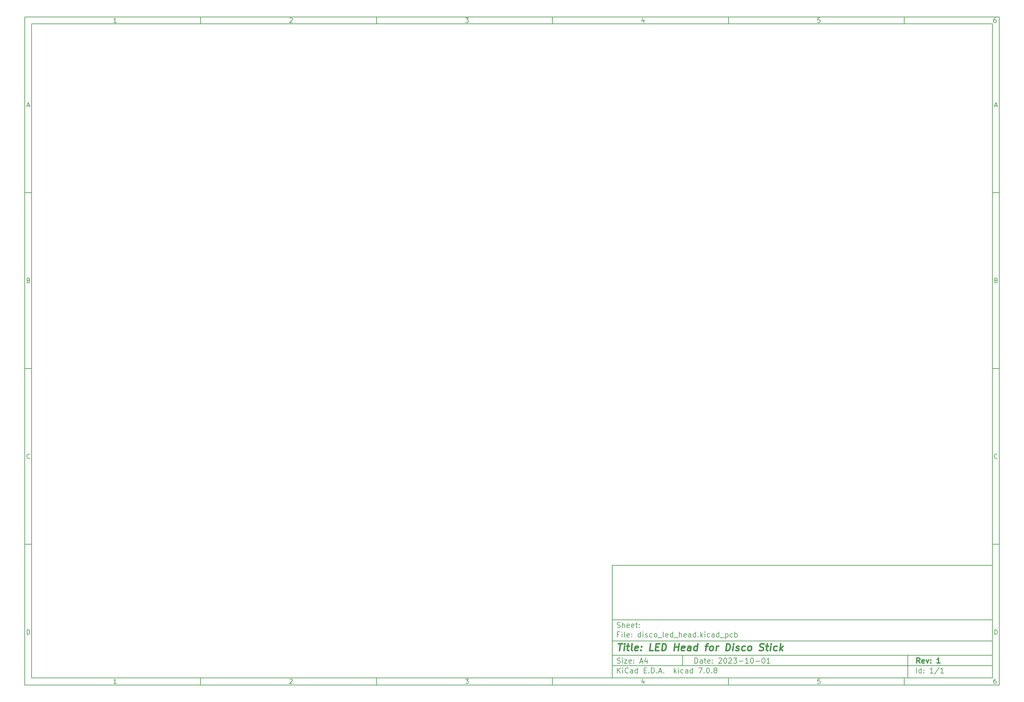
<source format=gbr>
%TF.GenerationSoftware,KiCad,Pcbnew,7.0.8*%
%TF.CreationDate,2024-03-21T08:56:40-07:00*%
%TF.ProjectId,disco_led_head,64697363-6f5f-46c6-9564-5f686561642e,1*%
%TF.SameCoordinates,Original*%
%TF.FileFunction,Copper,L2,Bot*%
%TF.FilePolarity,Positive*%
%FSLAX46Y46*%
G04 Gerber Fmt 4.6, Leading zero omitted, Abs format (unit mm)*
G04 Created by KiCad (PCBNEW 7.0.8) date 2024-03-21 08:56:40*
%MOMM*%
%LPD*%
G01*
G04 APERTURE LIST*
%ADD10C,0.100000*%
%ADD11C,0.150000*%
%ADD12C,0.300000*%
%ADD13C,0.400000*%
G04 APERTURE END LIST*
D10*
D11*
X177002200Y-166007200D02*
X285002200Y-166007200D01*
X285002200Y-198007200D01*
X177002200Y-198007200D01*
X177002200Y-166007200D01*
D10*
D11*
X10000000Y-10000000D02*
X287002200Y-10000000D01*
X287002200Y-200007200D01*
X10000000Y-200007200D01*
X10000000Y-10000000D01*
D10*
D11*
X12000000Y-12000000D02*
X285002200Y-12000000D01*
X285002200Y-198007200D01*
X12000000Y-198007200D01*
X12000000Y-12000000D01*
D10*
D11*
X60000000Y-12000000D02*
X60000000Y-10000000D01*
D10*
D11*
X110000000Y-12000000D02*
X110000000Y-10000000D01*
D10*
D11*
X160000000Y-12000000D02*
X160000000Y-10000000D01*
D10*
D11*
X210000000Y-12000000D02*
X210000000Y-10000000D01*
D10*
D11*
X260000000Y-12000000D02*
X260000000Y-10000000D01*
D10*
D11*
X36089160Y-11593604D02*
X35346303Y-11593604D01*
X35717731Y-11593604D02*
X35717731Y-10293604D01*
X35717731Y-10293604D02*
X35593922Y-10479319D01*
X35593922Y-10479319D02*
X35470112Y-10603128D01*
X35470112Y-10603128D02*
X35346303Y-10665033D01*
D10*
D11*
X85346303Y-10417414D02*
X85408207Y-10355509D01*
X85408207Y-10355509D02*
X85532017Y-10293604D01*
X85532017Y-10293604D02*
X85841541Y-10293604D01*
X85841541Y-10293604D02*
X85965350Y-10355509D01*
X85965350Y-10355509D02*
X86027255Y-10417414D01*
X86027255Y-10417414D02*
X86089160Y-10541223D01*
X86089160Y-10541223D02*
X86089160Y-10665033D01*
X86089160Y-10665033D02*
X86027255Y-10850747D01*
X86027255Y-10850747D02*
X85284398Y-11593604D01*
X85284398Y-11593604D02*
X86089160Y-11593604D01*
D10*
D11*
X135284398Y-10293604D02*
X136089160Y-10293604D01*
X136089160Y-10293604D02*
X135655826Y-10788842D01*
X135655826Y-10788842D02*
X135841541Y-10788842D01*
X135841541Y-10788842D02*
X135965350Y-10850747D01*
X135965350Y-10850747D02*
X136027255Y-10912652D01*
X136027255Y-10912652D02*
X136089160Y-11036461D01*
X136089160Y-11036461D02*
X136089160Y-11345985D01*
X136089160Y-11345985D02*
X136027255Y-11469795D01*
X136027255Y-11469795D02*
X135965350Y-11531700D01*
X135965350Y-11531700D02*
X135841541Y-11593604D01*
X135841541Y-11593604D02*
X135470112Y-11593604D01*
X135470112Y-11593604D02*
X135346303Y-11531700D01*
X135346303Y-11531700D02*
X135284398Y-11469795D01*
D10*
D11*
X185965350Y-10726938D02*
X185965350Y-11593604D01*
X185655826Y-10231700D02*
X185346303Y-11160271D01*
X185346303Y-11160271D02*
X186151064Y-11160271D01*
D10*
D11*
X236027255Y-10293604D02*
X235408207Y-10293604D01*
X235408207Y-10293604D02*
X235346303Y-10912652D01*
X235346303Y-10912652D02*
X235408207Y-10850747D01*
X235408207Y-10850747D02*
X235532017Y-10788842D01*
X235532017Y-10788842D02*
X235841541Y-10788842D01*
X235841541Y-10788842D02*
X235965350Y-10850747D01*
X235965350Y-10850747D02*
X236027255Y-10912652D01*
X236027255Y-10912652D02*
X236089160Y-11036461D01*
X236089160Y-11036461D02*
X236089160Y-11345985D01*
X236089160Y-11345985D02*
X236027255Y-11469795D01*
X236027255Y-11469795D02*
X235965350Y-11531700D01*
X235965350Y-11531700D02*
X235841541Y-11593604D01*
X235841541Y-11593604D02*
X235532017Y-11593604D01*
X235532017Y-11593604D02*
X235408207Y-11531700D01*
X235408207Y-11531700D02*
X235346303Y-11469795D01*
D10*
D11*
X285965350Y-10293604D02*
X285717731Y-10293604D01*
X285717731Y-10293604D02*
X285593922Y-10355509D01*
X285593922Y-10355509D02*
X285532017Y-10417414D01*
X285532017Y-10417414D02*
X285408207Y-10603128D01*
X285408207Y-10603128D02*
X285346303Y-10850747D01*
X285346303Y-10850747D02*
X285346303Y-11345985D01*
X285346303Y-11345985D02*
X285408207Y-11469795D01*
X285408207Y-11469795D02*
X285470112Y-11531700D01*
X285470112Y-11531700D02*
X285593922Y-11593604D01*
X285593922Y-11593604D02*
X285841541Y-11593604D01*
X285841541Y-11593604D02*
X285965350Y-11531700D01*
X285965350Y-11531700D02*
X286027255Y-11469795D01*
X286027255Y-11469795D02*
X286089160Y-11345985D01*
X286089160Y-11345985D02*
X286089160Y-11036461D01*
X286089160Y-11036461D02*
X286027255Y-10912652D01*
X286027255Y-10912652D02*
X285965350Y-10850747D01*
X285965350Y-10850747D02*
X285841541Y-10788842D01*
X285841541Y-10788842D02*
X285593922Y-10788842D01*
X285593922Y-10788842D02*
X285470112Y-10850747D01*
X285470112Y-10850747D02*
X285408207Y-10912652D01*
X285408207Y-10912652D02*
X285346303Y-11036461D01*
D10*
D11*
X60000000Y-198007200D02*
X60000000Y-200007200D01*
D10*
D11*
X110000000Y-198007200D02*
X110000000Y-200007200D01*
D10*
D11*
X160000000Y-198007200D02*
X160000000Y-200007200D01*
D10*
D11*
X210000000Y-198007200D02*
X210000000Y-200007200D01*
D10*
D11*
X260000000Y-198007200D02*
X260000000Y-200007200D01*
D10*
D11*
X36089160Y-199600804D02*
X35346303Y-199600804D01*
X35717731Y-199600804D02*
X35717731Y-198300804D01*
X35717731Y-198300804D02*
X35593922Y-198486519D01*
X35593922Y-198486519D02*
X35470112Y-198610328D01*
X35470112Y-198610328D02*
X35346303Y-198672233D01*
D10*
D11*
X85346303Y-198424614D02*
X85408207Y-198362709D01*
X85408207Y-198362709D02*
X85532017Y-198300804D01*
X85532017Y-198300804D02*
X85841541Y-198300804D01*
X85841541Y-198300804D02*
X85965350Y-198362709D01*
X85965350Y-198362709D02*
X86027255Y-198424614D01*
X86027255Y-198424614D02*
X86089160Y-198548423D01*
X86089160Y-198548423D02*
X86089160Y-198672233D01*
X86089160Y-198672233D02*
X86027255Y-198857947D01*
X86027255Y-198857947D02*
X85284398Y-199600804D01*
X85284398Y-199600804D02*
X86089160Y-199600804D01*
D10*
D11*
X135284398Y-198300804D02*
X136089160Y-198300804D01*
X136089160Y-198300804D02*
X135655826Y-198796042D01*
X135655826Y-198796042D02*
X135841541Y-198796042D01*
X135841541Y-198796042D02*
X135965350Y-198857947D01*
X135965350Y-198857947D02*
X136027255Y-198919852D01*
X136027255Y-198919852D02*
X136089160Y-199043661D01*
X136089160Y-199043661D02*
X136089160Y-199353185D01*
X136089160Y-199353185D02*
X136027255Y-199476995D01*
X136027255Y-199476995D02*
X135965350Y-199538900D01*
X135965350Y-199538900D02*
X135841541Y-199600804D01*
X135841541Y-199600804D02*
X135470112Y-199600804D01*
X135470112Y-199600804D02*
X135346303Y-199538900D01*
X135346303Y-199538900D02*
X135284398Y-199476995D01*
D10*
D11*
X185965350Y-198734138D02*
X185965350Y-199600804D01*
X185655826Y-198238900D02*
X185346303Y-199167471D01*
X185346303Y-199167471D02*
X186151064Y-199167471D01*
D10*
D11*
X236027255Y-198300804D02*
X235408207Y-198300804D01*
X235408207Y-198300804D02*
X235346303Y-198919852D01*
X235346303Y-198919852D02*
X235408207Y-198857947D01*
X235408207Y-198857947D02*
X235532017Y-198796042D01*
X235532017Y-198796042D02*
X235841541Y-198796042D01*
X235841541Y-198796042D02*
X235965350Y-198857947D01*
X235965350Y-198857947D02*
X236027255Y-198919852D01*
X236027255Y-198919852D02*
X236089160Y-199043661D01*
X236089160Y-199043661D02*
X236089160Y-199353185D01*
X236089160Y-199353185D02*
X236027255Y-199476995D01*
X236027255Y-199476995D02*
X235965350Y-199538900D01*
X235965350Y-199538900D02*
X235841541Y-199600804D01*
X235841541Y-199600804D02*
X235532017Y-199600804D01*
X235532017Y-199600804D02*
X235408207Y-199538900D01*
X235408207Y-199538900D02*
X235346303Y-199476995D01*
D10*
D11*
X285965350Y-198300804D02*
X285717731Y-198300804D01*
X285717731Y-198300804D02*
X285593922Y-198362709D01*
X285593922Y-198362709D02*
X285532017Y-198424614D01*
X285532017Y-198424614D02*
X285408207Y-198610328D01*
X285408207Y-198610328D02*
X285346303Y-198857947D01*
X285346303Y-198857947D02*
X285346303Y-199353185D01*
X285346303Y-199353185D02*
X285408207Y-199476995D01*
X285408207Y-199476995D02*
X285470112Y-199538900D01*
X285470112Y-199538900D02*
X285593922Y-199600804D01*
X285593922Y-199600804D02*
X285841541Y-199600804D01*
X285841541Y-199600804D02*
X285965350Y-199538900D01*
X285965350Y-199538900D02*
X286027255Y-199476995D01*
X286027255Y-199476995D02*
X286089160Y-199353185D01*
X286089160Y-199353185D02*
X286089160Y-199043661D01*
X286089160Y-199043661D02*
X286027255Y-198919852D01*
X286027255Y-198919852D02*
X285965350Y-198857947D01*
X285965350Y-198857947D02*
X285841541Y-198796042D01*
X285841541Y-198796042D02*
X285593922Y-198796042D01*
X285593922Y-198796042D02*
X285470112Y-198857947D01*
X285470112Y-198857947D02*
X285408207Y-198919852D01*
X285408207Y-198919852D02*
X285346303Y-199043661D01*
D10*
D11*
X10000000Y-60000000D02*
X12000000Y-60000000D01*
D10*
D11*
X10000000Y-110000000D02*
X12000000Y-110000000D01*
D10*
D11*
X10000000Y-160000000D02*
X12000000Y-160000000D01*
D10*
D11*
X10690476Y-35222176D02*
X11309523Y-35222176D01*
X10566666Y-35593604D02*
X10999999Y-34293604D01*
X10999999Y-34293604D02*
X11433333Y-35593604D01*
D10*
D11*
X11092857Y-84912652D02*
X11278571Y-84974557D01*
X11278571Y-84974557D02*
X11340476Y-85036461D01*
X11340476Y-85036461D02*
X11402380Y-85160271D01*
X11402380Y-85160271D02*
X11402380Y-85345985D01*
X11402380Y-85345985D02*
X11340476Y-85469795D01*
X11340476Y-85469795D02*
X11278571Y-85531700D01*
X11278571Y-85531700D02*
X11154761Y-85593604D01*
X11154761Y-85593604D02*
X10659523Y-85593604D01*
X10659523Y-85593604D02*
X10659523Y-84293604D01*
X10659523Y-84293604D02*
X11092857Y-84293604D01*
X11092857Y-84293604D02*
X11216666Y-84355509D01*
X11216666Y-84355509D02*
X11278571Y-84417414D01*
X11278571Y-84417414D02*
X11340476Y-84541223D01*
X11340476Y-84541223D02*
X11340476Y-84665033D01*
X11340476Y-84665033D02*
X11278571Y-84788842D01*
X11278571Y-84788842D02*
X11216666Y-84850747D01*
X11216666Y-84850747D02*
X11092857Y-84912652D01*
X11092857Y-84912652D02*
X10659523Y-84912652D01*
D10*
D11*
X11402380Y-135469795D02*
X11340476Y-135531700D01*
X11340476Y-135531700D02*
X11154761Y-135593604D01*
X11154761Y-135593604D02*
X11030952Y-135593604D01*
X11030952Y-135593604D02*
X10845238Y-135531700D01*
X10845238Y-135531700D02*
X10721428Y-135407890D01*
X10721428Y-135407890D02*
X10659523Y-135284080D01*
X10659523Y-135284080D02*
X10597619Y-135036461D01*
X10597619Y-135036461D02*
X10597619Y-134850747D01*
X10597619Y-134850747D02*
X10659523Y-134603128D01*
X10659523Y-134603128D02*
X10721428Y-134479319D01*
X10721428Y-134479319D02*
X10845238Y-134355509D01*
X10845238Y-134355509D02*
X11030952Y-134293604D01*
X11030952Y-134293604D02*
X11154761Y-134293604D01*
X11154761Y-134293604D02*
X11340476Y-134355509D01*
X11340476Y-134355509D02*
X11402380Y-134417414D01*
D10*
D11*
X10659523Y-185593604D02*
X10659523Y-184293604D01*
X10659523Y-184293604D02*
X10969047Y-184293604D01*
X10969047Y-184293604D02*
X11154761Y-184355509D01*
X11154761Y-184355509D02*
X11278571Y-184479319D01*
X11278571Y-184479319D02*
X11340476Y-184603128D01*
X11340476Y-184603128D02*
X11402380Y-184850747D01*
X11402380Y-184850747D02*
X11402380Y-185036461D01*
X11402380Y-185036461D02*
X11340476Y-185284080D01*
X11340476Y-185284080D02*
X11278571Y-185407890D01*
X11278571Y-185407890D02*
X11154761Y-185531700D01*
X11154761Y-185531700D02*
X10969047Y-185593604D01*
X10969047Y-185593604D02*
X10659523Y-185593604D01*
D10*
D11*
X287002200Y-60000000D02*
X285002200Y-60000000D01*
D10*
D11*
X287002200Y-110000000D02*
X285002200Y-110000000D01*
D10*
D11*
X287002200Y-160000000D02*
X285002200Y-160000000D01*
D10*
D11*
X285692676Y-35222176D02*
X286311723Y-35222176D01*
X285568866Y-35593604D02*
X286002199Y-34293604D01*
X286002199Y-34293604D02*
X286435533Y-35593604D01*
D10*
D11*
X286095057Y-84912652D02*
X286280771Y-84974557D01*
X286280771Y-84974557D02*
X286342676Y-85036461D01*
X286342676Y-85036461D02*
X286404580Y-85160271D01*
X286404580Y-85160271D02*
X286404580Y-85345985D01*
X286404580Y-85345985D02*
X286342676Y-85469795D01*
X286342676Y-85469795D02*
X286280771Y-85531700D01*
X286280771Y-85531700D02*
X286156961Y-85593604D01*
X286156961Y-85593604D02*
X285661723Y-85593604D01*
X285661723Y-85593604D02*
X285661723Y-84293604D01*
X285661723Y-84293604D02*
X286095057Y-84293604D01*
X286095057Y-84293604D02*
X286218866Y-84355509D01*
X286218866Y-84355509D02*
X286280771Y-84417414D01*
X286280771Y-84417414D02*
X286342676Y-84541223D01*
X286342676Y-84541223D02*
X286342676Y-84665033D01*
X286342676Y-84665033D02*
X286280771Y-84788842D01*
X286280771Y-84788842D02*
X286218866Y-84850747D01*
X286218866Y-84850747D02*
X286095057Y-84912652D01*
X286095057Y-84912652D02*
X285661723Y-84912652D01*
D10*
D11*
X286404580Y-135469795D02*
X286342676Y-135531700D01*
X286342676Y-135531700D02*
X286156961Y-135593604D01*
X286156961Y-135593604D02*
X286033152Y-135593604D01*
X286033152Y-135593604D02*
X285847438Y-135531700D01*
X285847438Y-135531700D02*
X285723628Y-135407890D01*
X285723628Y-135407890D02*
X285661723Y-135284080D01*
X285661723Y-135284080D02*
X285599819Y-135036461D01*
X285599819Y-135036461D02*
X285599819Y-134850747D01*
X285599819Y-134850747D02*
X285661723Y-134603128D01*
X285661723Y-134603128D02*
X285723628Y-134479319D01*
X285723628Y-134479319D02*
X285847438Y-134355509D01*
X285847438Y-134355509D02*
X286033152Y-134293604D01*
X286033152Y-134293604D02*
X286156961Y-134293604D01*
X286156961Y-134293604D02*
X286342676Y-134355509D01*
X286342676Y-134355509D02*
X286404580Y-134417414D01*
D10*
D11*
X285661723Y-185593604D02*
X285661723Y-184293604D01*
X285661723Y-184293604D02*
X285971247Y-184293604D01*
X285971247Y-184293604D02*
X286156961Y-184355509D01*
X286156961Y-184355509D02*
X286280771Y-184479319D01*
X286280771Y-184479319D02*
X286342676Y-184603128D01*
X286342676Y-184603128D02*
X286404580Y-184850747D01*
X286404580Y-184850747D02*
X286404580Y-185036461D01*
X286404580Y-185036461D02*
X286342676Y-185284080D01*
X286342676Y-185284080D02*
X286280771Y-185407890D01*
X286280771Y-185407890D02*
X286156961Y-185531700D01*
X286156961Y-185531700D02*
X285971247Y-185593604D01*
X285971247Y-185593604D02*
X285661723Y-185593604D01*
D10*
D11*
X200458026Y-193793328D02*
X200458026Y-192293328D01*
X200458026Y-192293328D02*
X200815169Y-192293328D01*
X200815169Y-192293328D02*
X201029455Y-192364757D01*
X201029455Y-192364757D02*
X201172312Y-192507614D01*
X201172312Y-192507614D02*
X201243741Y-192650471D01*
X201243741Y-192650471D02*
X201315169Y-192936185D01*
X201315169Y-192936185D02*
X201315169Y-193150471D01*
X201315169Y-193150471D02*
X201243741Y-193436185D01*
X201243741Y-193436185D02*
X201172312Y-193579042D01*
X201172312Y-193579042D02*
X201029455Y-193721900D01*
X201029455Y-193721900D02*
X200815169Y-193793328D01*
X200815169Y-193793328D02*
X200458026Y-193793328D01*
X202600884Y-193793328D02*
X202600884Y-193007614D01*
X202600884Y-193007614D02*
X202529455Y-192864757D01*
X202529455Y-192864757D02*
X202386598Y-192793328D01*
X202386598Y-192793328D02*
X202100884Y-192793328D01*
X202100884Y-192793328D02*
X201958026Y-192864757D01*
X202600884Y-193721900D02*
X202458026Y-193793328D01*
X202458026Y-193793328D02*
X202100884Y-193793328D01*
X202100884Y-193793328D02*
X201958026Y-193721900D01*
X201958026Y-193721900D02*
X201886598Y-193579042D01*
X201886598Y-193579042D02*
X201886598Y-193436185D01*
X201886598Y-193436185D02*
X201958026Y-193293328D01*
X201958026Y-193293328D02*
X202100884Y-193221900D01*
X202100884Y-193221900D02*
X202458026Y-193221900D01*
X202458026Y-193221900D02*
X202600884Y-193150471D01*
X203100884Y-192793328D02*
X203672312Y-192793328D01*
X203315169Y-192293328D02*
X203315169Y-193579042D01*
X203315169Y-193579042D02*
X203386598Y-193721900D01*
X203386598Y-193721900D02*
X203529455Y-193793328D01*
X203529455Y-193793328D02*
X203672312Y-193793328D01*
X204743741Y-193721900D02*
X204600884Y-193793328D01*
X204600884Y-193793328D02*
X204315170Y-193793328D01*
X204315170Y-193793328D02*
X204172312Y-193721900D01*
X204172312Y-193721900D02*
X204100884Y-193579042D01*
X204100884Y-193579042D02*
X204100884Y-193007614D01*
X204100884Y-193007614D02*
X204172312Y-192864757D01*
X204172312Y-192864757D02*
X204315170Y-192793328D01*
X204315170Y-192793328D02*
X204600884Y-192793328D01*
X204600884Y-192793328D02*
X204743741Y-192864757D01*
X204743741Y-192864757D02*
X204815170Y-193007614D01*
X204815170Y-193007614D02*
X204815170Y-193150471D01*
X204815170Y-193150471D02*
X204100884Y-193293328D01*
X205458026Y-193650471D02*
X205529455Y-193721900D01*
X205529455Y-193721900D02*
X205458026Y-193793328D01*
X205458026Y-193793328D02*
X205386598Y-193721900D01*
X205386598Y-193721900D02*
X205458026Y-193650471D01*
X205458026Y-193650471D02*
X205458026Y-193793328D01*
X205458026Y-192864757D02*
X205529455Y-192936185D01*
X205529455Y-192936185D02*
X205458026Y-193007614D01*
X205458026Y-193007614D02*
X205386598Y-192936185D01*
X205386598Y-192936185D02*
X205458026Y-192864757D01*
X205458026Y-192864757D02*
X205458026Y-193007614D01*
X207243741Y-192436185D02*
X207315169Y-192364757D01*
X207315169Y-192364757D02*
X207458027Y-192293328D01*
X207458027Y-192293328D02*
X207815169Y-192293328D01*
X207815169Y-192293328D02*
X207958027Y-192364757D01*
X207958027Y-192364757D02*
X208029455Y-192436185D01*
X208029455Y-192436185D02*
X208100884Y-192579042D01*
X208100884Y-192579042D02*
X208100884Y-192721900D01*
X208100884Y-192721900D02*
X208029455Y-192936185D01*
X208029455Y-192936185D02*
X207172312Y-193793328D01*
X207172312Y-193793328D02*
X208100884Y-193793328D01*
X209029455Y-192293328D02*
X209172312Y-192293328D01*
X209172312Y-192293328D02*
X209315169Y-192364757D01*
X209315169Y-192364757D02*
X209386598Y-192436185D01*
X209386598Y-192436185D02*
X209458026Y-192579042D01*
X209458026Y-192579042D02*
X209529455Y-192864757D01*
X209529455Y-192864757D02*
X209529455Y-193221900D01*
X209529455Y-193221900D02*
X209458026Y-193507614D01*
X209458026Y-193507614D02*
X209386598Y-193650471D01*
X209386598Y-193650471D02*
X209315169Y-193721900D01*
X209315169Y-193721900D02*
X209172312Y-193793328D01*
X209172312Y-193793328D02*
X209029455Y-193793328D01*
X209029455Y-193793328D02*
X208886598Y-193721900D01*
X208886598Y-193721900D02*
X208815169Y-193650471D01*
X208815169Y-193650471D02*
X208743740Y-193507614D01*
X208743740Y-193507614D02*
X208672312Y-193221900D01*
X208672312Y-193221900D02*
X208672312Y-192864757D01*
X208672312Y-192864757D02*
X208743740Y-192579042D01*
X208743740Y-192579042D02*
X208815169Y-192436185D01*
X208815169Y-192436185D02*
X208886598Y-192364757D01*
X208886598Y-192364757D02*
X209029455Y-192293328D01*
X210100883Y-192436185D02*
X210172311Y-192364757D01*
X210172311Y-192364757D02*
X210315169Y-192293328D01*
X210315169Y-192293328D02*
X210672311Y-192293328D01*
X210672311Y-192293328D02*
X210815169Y-192364757D01*
X210815169Y-192364757D02*
X210886597Y-192436185D01*
X210886597Y-192436185D02*
X210958026Y-192579042D01*
X210958026Y-192579042D02*
X210958026Y-192721900D01*
X210958026Y-192721900D02*
X210886597Y-192936185D01*
X210886597Y-192936185D02*
X210029454Y-193793328D01*
X210029454Y-193793328D02*
X210958026Y-193793328D01*
X211458025Y-192293328D02*
X212386597Y-192293328D01*
X212386597Y-192293328D02*
X211886597Y-192864757D01*
X211886597Y-192864757D02*
X212100882Y-192864757D01*
X212100882Y-192864757D02*
X212243740Y-192936185D01*
X212243740Y-192936185D02*
X212315168Y-193007614D01*
X212315168Y-193007614D02*
X212386597Y-193150471D01*
X212386597Y-193150471D02*
X212386597Y-193507614D01*
X212386597Y-193507614D02*
X212315168Y-193650471D01*
X212315168Y-193650471D02*
X212243740Y-193721900D01*
X212243740Y-193721900D02*
X212100882Y-193793328D01*
X212100882Y-193793328D02*
X211672311Y-193793328D01*
X211672311Y-193793328D02*
X211529454Y-193721900D01*
X211529454Y-193721900D02*
X211458025Y-193650471D01*
X213029453Y-193221900D02*
X214172311Y-193221900D01*
X215672311Y-193793328D02*
X214815168Y-193793328D01*
X215243739Y-193793328D02*
X215243739Y-192293328D01*
X215243739Y-192293328D02*
X215100882Y-192507614D01*
X215100882Y-192507614D02*
X214958025Y-192650471D01*
X214958025Y-192650471D02*
X214815168Y-192721900D01*
X216600882Y-192293328D02*
X216743739Y-192293328D01*
X216743739Y-192293328D02*
X216886596Y-192364757D01*
X216886596Y-192364757D02*
X216958025Y-192436185D01*
X216958025Y-192436185D02*
X217029453Y-192579042D01*
X217029453Y-192579042D02*
X217100882Y-192864757D01*
X217100882Y-192864757D02*
X217100882Y-193221900D01*
X217100882Y-193221900D02*
X217029453Y-193507614D01*
X217029453Y-193507614D02*
X216958025Y-193650471D01*
X216958025Y-193650471D02*
X216886596Y-193721900D01*
X216886596Y-193721900D02*
X216743739Y-193793328D01*
X216743739Y-193793328D02*
X216600882Y-193793328D01*
X216600882Y-193793328D02*
X216458025Y-193721900D01*
X216458025Y-193721900D02*
X216386596Y-193650471D01*
X216386596Y-193650471D02*
X216315167Y-193507614D01*
X216315167Y-193507614D02*
X216243739Y-193221900D01*
X216243739Y-193221900D02*
X216243739Y-192864757D01*
X216243739Y-192864757D02*
X216315167Y-192579042D01*
X216315167Y-192579042D02*
X216386596Y-192436185D01*
X216386596Y-192436185D02*
X216458025Y-192364757D01*
X216458025Y-192364757D02*
X216600882Y-192293328D01*
X217743738Y-193221900D02*
X218886596Y-193221900D01*
X219886596Y-192293328D02*
X220029453Y-192293328D01*
X220029453Y-192293328D02*
X220172310Y-192364757D01*
X220172310Y-192364757D02*
X220243739Y-192436185D01*
X220243739Y-192436185D02*
X220315167Y-192579042D01*
X220315167Y-192579042D02*
X220386596Y-192864757D01*
X220386596Y-192864757D02*
X220386596Y-193221900D01*
X220386596Y-193221900D02*
X220315167Y-193507614D01*
X220315167Y-193507614D02*
X220243739Y-193650471D01*
X220243739Y-193650471D02*
X220172310Y-193721900D01*
X220172310Y-193721900D02*
X220029453Y-193793328D01*
X220029453Y-193793328D02*
X219886596Y-193793328D01*
X219886596Y-193793328D02*
X219743739Y-193721900D01*
X219743739Y-193721900D02*
X219672310Y-193650471D01*
X219672310Y-193650471D02*
X219600881Y-193507614D01*
X219600881Y-193507614D02*
X219529453Y-193221900D01*
X219529453Y-193221900D02*
X219529453Y-192864757D01*
X219529453Y-192864757D02*
X219600881Y-192579042D01*
X219600881Y-192579042D02*
X219672310Y-192436185D01*
X219672310Y-192436185D02*
X219743739Y-192364757D01*
X219743739Y-192364757D02*
X219886596Y-192293328D01*
X221815167Y-193793328D02*
X220958024Y-193793328D01*
X221386595Y-193793328D02*
X221386595Y-192293328D01*
X221386595Y-192293328D02*
X221243738Y-192507614D01*
X221243738Y-192507614D02*
X221100881Y-192650471D01*
X221100881Y-192650471D02*
X220958024Y-192721900D01*
D10*
D11*
X177002200Y-194507200D02*
X285002200Y-194507200D01*
D10*
D11*
X178458026Y-196593328D02*
X178458026Y-195093328D01*
X179315169Y-196593328D02*
X178672312Y-195736185D01*
X179315169Y-195093328D02*
X178458026Y-195950471D01*
X179958026Y-196593328D02*
X179958026Y-195593328D01*
X179958026Y-195093328D02*
X179886598Y-195164757D01*
X179886598Y-195164757D02*
X179958026Y-195236185D01*
X179958026Y-195236185D02*
X180029455Y-195164757D01*
X180029455Y-195164757D02*
X179958026Y-195093328D01*
X179958026Y-195093328D02*
X179958026Y-195236185D01*
X181529455Y-196450471D02*
X181458027Y-196521900D01*
X181458027Y-196521900D02*
X181243741Y-196593328D01*
X181243741Y-196593328D02*
X181100884Y-196593328D01*
X181100884Y-196593328D02*
X180886598Y-196521900D01*
X180886598Y-196521900D02*
X180743741Y-196379042D01*
X180743741Y-196379042D02*
X180672312Y-196236185D01*
X180672312Y-196236185D02*
X180600884Y-195950471D01*
X180600884Y-195950471D02*
X180600884Y-195736185D01*
X180600884Y-195736185D02*
X180672312Y-195450471D01*
X180672312Y-195450471D02*
X180743741Y-195307614D01*
X180743741Y-195307614D02*
X180886598Y-195164757D01*
X180886598Y-195164757D02*
X181100884Y-195093328D01*
X181100884Y-195093328D02*
X181243741Y-195093328D01*
X181243741Y-195093328D02*
X181458027Y-195164757D01*
X181458027Y-195164757D02*
X181529455Y-195236185D01*
X182815170Y-196593328D02*
X182815170Y-195807614D01*
X182815170Y-195807614D02*
X182743741Y-195664757D01*
X182743741Y-195664757D02*
X182600884Y-195593328D01*
X182600884Y-195593328D02*
X182315170Y-195593328D01*
X182315170Y-195593328D02*
X182172312Y-195664757D01*
X182815170Y-196521900D02*
X182672312Y-196593328D01*
X182672312Y-196593328D02*
X182315170Y-196593328D01*
X182315170Y-196593328D02*
X182172312Y-196521900D01*
X182172312Y-196521900D02*
X182100884Y-196379042D01*
X182100884Y-196379042D02*
X182100884Y-196236185D01*
X182100884Y-196236185D02*
X182172312Y-196093328D01*
X182172312Y-196093328D02*
X182315170Y-196021900D01*
X182315170Y-196021900D02*
X182672312Y-196021900D01*
X182672312Y-196021900D02*
X182815170Y-195950471D01*
X184172313Y-196593328D02*
X184172313Y-195093328D01*
X184172313Y-196521900D02*
X184029455Y-196593328D01*
X184029455Y-196593328D02*
X183743741Y-196593328D01*
X183743741Y-196593328D02*
X183600884Y-196521900D01*
X183600884Y-196521900D02*
X183529455Y-196450471D01*
X183529455Y-196450471D02*
X183458027Y-196307614D01*
X183458027Y-196307614D02*
X183458027Y-195879042D01*
X183458027Y-195879042D02*
X183529455Y-195736185D01*
X183529455Y-195736185D02*
X183600884Y-195664757D01*
X183600884Y-195664757D02*
X183743741Y-195593328D01*
X183743741Y-195593328D02*
X184029455Y-195593328D01*
X184029455Y-195593328D02*
X184172313Y-195664757D01*
X186029455Y-195807614D02*
X186529455Y-195807614D01*
X186743741Y-196593328D02*
X186029455Y-196593328D01*
X186029455Y-196593328D02*
X186029455Y-195093328D01*
X186029455Y-195093328D02*
X186743741Y-195093328D01*
X187386598Y-196450471D02*
X187458027Y-196521900D01*
X187458027Y-196521900D02*
X187386598Y-196593328D01*
X187386598Y-196593328D02*
X187315170Y-196521900D01*
X187315170Y-196521900D02*
X187386598Y-196450471D01*
X187386598Y-196450471D02*
X187386598Y-196593328D01*
X188100884Y-196593328D02*
X188100884Y-195093328D01*
X188100884Y-195093328D02*
X188458027Y-195093328D01*
X188458027Y-195093328D02*
X188672313Y-195164757D01*
X188672313Y-195164757D02*
X188815170Y-195307614D01*
X188815170Y-195307614D02*
X188886599Y-195450471D01*
X188886599Y-195450471D02*
X188958027Y-195736185D01*
X188958027Y-195736185D02*
X188958027Y-195950471D01*
X188958027Y-195950471D02*
X188886599Y-196236185D01*
X188886599Y-196236185D02*
X188815170Y-196379042D01*
X188815170Y-196379042D02*
X188672313Y-196521900D01*
X188672313Y-196521900D02*
X188458027Y-196593328D01*
X188458027Y-196593328D02*
X188100884Y-196593328D01*
X189600884Y-196450471D02*
X189672313Y-196521900D01*
X189672313Y-196521900D02*
X189600884Y-196593328D01*
X189600884Y-196593328D02*
X189529456Y-196521900D01*
X189529456Y-196521900D02*
X189600884Y-196450471D01*
X189600884Y-196450471D02*
X189600884Y-196593328D01*
X190243742Y-196164757D02*
X190958028Y-196164757D01*
X190100885Y-196593328D02*
X190600885Y-195093328D01*
X190600885Y-195093328D02*
X191100885Y-196593328D01*
X191600884Y-196450471D02*
X191672313Y-196521900D01*
X191672313Y-196521900D02*
X191600884Y-196593328D01*
X191600884Y-196593328D02*
X191529456Y-196521900D01*
X191529456Y-196521900D02*
X191600884Y-196450471D01*
X191600884Y-196450471D02*
X191600884Y-196593328D01*
X194600884Y-196593328D02*
X194600884Y-195093328D01*
X194743742Y-196021900D02*
X195172313Y-196593328D01*
X195172313Y-195593328D02*
X194600884Y-196164757D01*
X195815170Y-196593328D02*
X195815170Y-195593328D01*
X195815170Y-195093328D02*
X195743742Y-195164757D01*
X195743742Y-195164757D02*
X195815170Y-195236185D01*
X195815170Y-195236185D02*
X195886599Y-195164757D01*
X195886599Y-195164757D02*
X195815170Y-195093328D01*
X195815170Y-195093328D02*
X195815170Y-195236185D01*
X197172314Y-196521900D02*
X197029456Y-196593328D01*
X197029456Y-196593328D02*
X196743742Y-196593328D01*
X196743742Y-196593328D02*
X196600885Y-196521900D01*
X196600885Y-196521900D02*
X196529456Y-196450471D01*
X196529456Y-196450471D02*
X196458028Y-196307614D01*
X196458028Y-196307614D02*
X196458028Y-195879042D01*
X196458028Y-195879042D02*
X196529456Y-195736185D01*
X196529456Y-195736185D02*
X196600885Y-195664757D01*
X196600885Y-195664757D02*
X196743742Y-195593328D01*
X196743742Y-195593328D02*
X197029456Y-195593328D01*
X197029456Y-195593328D02*
X197172314Y-195664757D01*
X198458028Y-196593328D02*
X198458028Y-195807614D01*
X198458028Y-195807614D02*
X198386599Y-195664757D01*
X198386599Y-195664757D02*
X198243742Y-195593328D01*
X198243742Y-195593328D02*
X197958028Y-195593328D01*
X197958028Y-195593328D02*
X197815170Y-195664757D01*
X198458028Y-196521900D02*
X198315170Y-196593328D01*
X198315170Y-196593328D02*
X197958028Y-196593328D01*
X197958028Y-196593328D02*
X197815170Y-196521900D01*
X197815170Y-196521900D02*
X197743742Y-196379042D01*
X197743742Y-196379042D02*
X197743742Y-196236185D01*
X197743742Y-196236185D02*
X197815170Y-196093328D01*
X197815170Y-196093328D02*
X197958028Y-196021900D01*
X197958028Y-196021900D02*
X198315170Y-196021900D01*
X198315170Y-196021900D02*
X198458028Y-195950471D01*
X199815171Y-196593328D02*
X199815171Y-195093328D01*
X199815171Y-196521900D02*
X199672313Y-196593328D01*
X199672313Y-196593328D02*
X199386599Y-196593328D01*
X199386599Y-196593328D02*
X199243742Y-196521900D01*
X199243742Y-196521900D02*
X199172313Y-196450471D01*
X199172313Y-196450471D02*
X199100885Y-196307614D01*
X199100885Y-196307614D02*
X199100885Y-195879042D01*
X199100885Y-195879042D02*
X199172313Y-195736185D01*
X199172313Y-195736185D02*
X199243742Y-195664757D01*
X199243742Y-195664757D02*
X199386599Y-195593328D01*
X199386599Y-195593328D02*
X199672313Y-195593328D01*
X199672313Y-195593328D02*
X199815171Y-195664757D01*
X201529456Y-195093328D02*
X202529456Y-195093328D01*
X202529456Y-195093328D02*
X201886599Y-196593328D01*
X203100884Y-196450471D02*
X203172313Y-196521900D01*
X203172313Y-196521900D02*
X203100884Y-196593328D01*
X203100884Y-196593328D02*
X203029456Y-196521900D01*
X203029456Y-196521900D02*
X203100884Y-196450471D01*
X203100884Y-196450471D02*
X203100884Y-196593328D01*
X204100885Y-195093328D02*
X204243742Y-195093328D01*
X204243742Y-195093328D02*
X204386599Y-195164757D01*
X204386599Y-195164757D02*
X204458028Y-195236185D01*
X204458028Y-195236185D02*
X204529456Y-195379042D01*
X204529456Y-195379042D02*
X204600885Y-195664757D01*
X204600885Y-195664757D02*
X204600885Y-196021900D01*
X204600885Y-196021900D02*
X204529456Y-196307614D01*
X204529456Y-196307614D02*
X204458028Y-196450471D01*
X204458028Y-196450471D02*
X204386599Y-196521900D01*
X204386599Y-196521900D02*
X204243742Y-196593328D01*
X204243742Y-196593328D02*
X204100885Y-196593328D01*
X204100885Y-196593328D02*
X203958028Y-196521900D01*
X203958028Y-196521900D02*
X203886599Y-196450471D01*
X203886599Y-196450471D02*
X203815170Y-196307614D01*
X203815170Y-196307614D02*
X203743742Y-196021900D01*
X203743742Y-196021900D02*
X203743742Y-195664757D01*
X203743742Y-195664757D02*
X203815170Y-195379042D01*
X203815170Y-195379042D02*
X203886599Y-195236185D01*
X203886599Y-195236185D02*
X203958028Y-195164757D01*
X203958028Y-195164757D02*
X204100885Y-195093328D01*
X205243741Y-196450471D02*
X205315170Y-196521900D01*
X205315170Y-196521900D02*
X205243741Y-196593328D01*
X205243741Y-196593328D02*
X205172313Y-196521900D01*
X205172313Y-196521900D02*
X205243741Y-196450471D01*
X205243741Y-196450471D02*
X205243741Y-196593328D01*
X206172313Y-195736185D02*
X206029456Y-195664757D01*
X206029456Y-195664757D02*
X205958027Y-195593328D01*
X205958027Y-195593328D02*
X205886599Y-195450471D01*
X205886599Y-195450471D02*
X205886599Y-195379042D01*
X205886599Y-195379042D02*
X205958027Y-195236185D01*
X205958027Y-195236185D02*
X206029456Y-195164757D01*
X206029456Y-195164757D02*
X206172313Y-195093328D01*
X206172313Y-195093328D02*
X206458027Y-195093328D01*
X206458027Y-195093328D02*
X206600885Y-195164757D01*
X206600885Y-195164757D02*
X206672313Y-195236185D01*
X206672313Y-195236185D02*
X206743742Y-195379042D01*
X206743742Y-195379042D02*
X206743742Y-195450471D01*
X206743742Y-195450471D02*
X206672313Y-195593328D01*
X206672313Y-195593328D02*
X206600885Y-195664757D01*
X206600885Y-195664757D02*
X206458027Y-195736185D01*
X206458027Y-195736185D02*
X206172313Y-195736185D01*
X206172313Y-195736185D02*
X206029456Y-195807614D01*
X206029456Y-195807614D02*
X205958027Y-195879042D01*
X205958027Y-195879042D02*
X205886599Y-196021900D01*
X205886599Y-196021900D02*
X205886599Y-196307614D01*
X205886599Y-196307614D02*
X205958027Y-196450471D01*
X205958027Y-196450471D02*
X206029456Y-196521900D01*
X206029456Y-196521900D02*
X206172313Y-196593328D01*
X206172313Y-196593328D02*
X206458027Y-196593328D01*
X206458027Y-196593328D02*
X206600885Y-196521900D01*
X206600885Y-196521900D02*
X206672313Y-196450471D01*
X206672313Y-196450471D02*
X206743742Y-196307614D01*
X206743742Y-196307614D02*
X206743742Y-196021900D01*
X206743742Y-196021900D02*
X206672313Y-195879042D01*
X206672313Y-195879042D02*
X206600885Y-195807614D01*
X206600885Y-195807614D02*
X206458027Y-195736185D01*
D10*
D11*
X177002200Y-191507200D02*
X285002200Y-191507200D01*
D10*
D12*
X264413853Y-193785528D02*
X263913853Y-193071242D01*
X263556710Y-193785528D02*
X263556710Y-192285528D01*
X263556710Y-192285528D02*
X264128139Y-192285528D01*
X264128139Y-192285528D02*
X264270996Y-192356957D01*
X264270996Y-192356957D02*
X264342425Y-192428385D01*
X264342425Y-192428385D02*
X264413853Y-192571242D01*
X264413853Y-192571242D02*
X264413853Y-192785528D01*
X264413853Y-192785528D02*
X264342425Y-192928385D01*
X264342425Y-192928385D02*
X264270996Y-192999814D01*
X264270996Y-192999814D02*
X264128139Y-193071242D01*
X264128139Y-193071242D02*
X263556710Y-193071242D01*
X265628139Y-193714100D02*
X265485282Y-193785528D01*
X265485282Y-193785528D02*
X265199568Y-193785528D01*
X265199568Y-193785528D02*
X265056710Y-193714100D01*
X265056710Y-193714100D02*
X264985282Y-193571242D01*
X264985282Y-193571242D02*
X264985282Y-192999814D01*
X264985282Y-192999814D02*
X265056710Y-192856957D01*
X265056710Y-192856957D02*
X265199568Y-192785528D01*
X265199568Y-192785528D02*
X265485282Y-192785528D01*
X265485282Y-192785528D02*
X265628139Y-192856957D01*
X265628139Y-192856957D02*
X265699568Y-192999814D01*
X265699568Y-192999814D02*
X265699568Y-193142671D01*
X265699568Y-193142671D02*
X264985282Y-193285528D01*
X266199567Y-192785528D02*
X266556710Y-193785528D01*
X266556710Y-193785528D02*
X266913853Y-192785528D01*
X267485281Y-193642671D02*
X267556710Y-193714100D01*
X267556710Y-193714100D02*
X267485281Y-193785528D01*
X267485281Y-193785528D02*
X267413853Y-193714100D01*
X267413853Y-193714100D02*
X267485281Y-193642671D01*
X267485281Y-193642671D02*
X267485281Y-193785528D01*
X267485281Y-192856957D02*
X267556710Y-192928385D01*
X267556710Y-192928385D02*
X267485281Y-192999814D01*
X267485281Y-192999814D02*
X267413853Y-192928385D01*
X267413853Y-192928385D02*
X267485281Y-192856957D01*
X267485281Y-192856957D02*
X267485281Y-192999814D01*
X270128139Y-193785528D02*
X269270996Y-193785528D01*
X269699567Y-193785528D02*
X269699567Y-192285528D01*
X269699567Y-192285528D02*
X269556710Y-192499814D01*
X269556710Y-192499814D02*
X269413853Y-192642671D01*
X269413853Y-192642671D02*
X269270996Y-192714100D01*
D10*
D11*
X178386598Y-193721900D02*
X178600884Y-193793328D01*
X178600884Y-193793328D02*
X178958026Y-193793328D01*
X178958026Y-193793328D02*
X179100884Y-193721900D01*
X179100884Y-193721900D02*
X179172312Y-193650471D01*
X179172312Y-193650471D02*
X179243741Y-193507614D01*
X179243741Y-193507614D02*
X179243741Y-193364757D01*
X179243741Y-193364757D02*
X179172312Y-193221900D01*
X179172312Y-193221900D02*
X179100884Y-193150471D01*
X179100884Y-193150471D02*
X178958026Y-193079042D01*
X178958026Y-193079042D02*
X178672312Y-193007614D01*
X178672312Y-193007614D02*
X178529455Y-192936185D01*
X178529455Y-192936185D02*
X178458026Y-192864757D01*
X178458026Y-192864757D02*
X178386598Y-192721900D01*
X178386598Y-192721900D02*
X178386598Y-192579042D01*
X178386598Y-192579042D02*
X178458026Y-192436185D01*
X178458026Y-192436185D02*
X178529455Y-192364757D01*
X178529455Y-192364757D02*
X178672312Y-192293328D01*
X178672312Y-192293328D02*
X179029455Y-192293328D01*
X179029455Y-192293328D02*
X179243741Y-192364757D01*
X179886597Y-193793328D02*
X179886597Y-192793328D01*
X179886597Y-192293328D02*
X179815169Y-192364757D01*
X179815169Y-192364757D02*
X179886597Y-192436185D01*
X179886597Y-192436185D02*
X179958026Y-192364757D01*
X179958026Y-192364757D02*
X179886597Y-192293328D01*
X179886597Y-192293328D02*
X179886597Y-192436185D01*
X180458026Y-192793328D02*
X181243741Y-192793328D01*
X181243741Y-192793328D02*
X180458026Y-193793328D01*
X180458026Y-193793328D02*
X181243741Y-193793328D01*
X182386598Y-193721900D02*
X182243741Y-193793328D01*
X182243741Y-193793328D02*
X181958027Y-193793328D01*
X181958027Y-193793328D02*
X181815169Y-193721900D01*
X181815169Y-193721900D02*
X181743741Y-193579042D01*
X181743741Y-193579042D02*
X181743741Y-193007614D01*
X181743741Y-193007614D02*
X181815169Y-192864757D01*
X181815169Y-192864757D02*
X181958027Y-192793328D01*
X181958027Y-192793328D02*
X182243741Y-192793328D01*
X182243741Y-192793328D02*
X182386598Y-192864757D01*
X182386598Y-192864757D02*
X182458027Y-193007614D01*
X182458027Y-193007614D02*
X182458027Y-193150471D01*
X182458027Y-193150471D02*
X181743741Y-193293328D01*
X183100883Y-193650471D02*
X183172312Y-193721900D01*
X183172312Y-193721900D02*
X183100883Y-193793328D01*
X183100883Y-193793328D02*
X183029455Y-193721900D01*
X183029455Y-193721900D02*
X183100883Y-193650471D01*
X183100883Y-193650471D02*
X183100883Y-193793328D01*
X183100883Y-192864757D02*
X183172312Y-192936185D01*
X183172312Y-192936185D02*
X183100883Y-193007614D01*
X183100883Y-193007614D02*
X183029455Y-192936185D01*
X183029455Y-192936185D02*
X183100883Y-192864757D01*
X183100883Y-192864757D02*
X183100883Y-193007614D01*
X184886598Y-193364757D02*
X185600884Y-193364757D01*
X184743741Y-193793328D02*
X185243741Y-192293328D01*
X185243741Y-192293328D02*
X185743741Y-193793328D01*
X186886598Y-192793328D02*
X186886598Y-193793328D01*
X186529455Y-192221900D02*
X186172312Y-193293328D01*
X186172312Y-193293328D02*
X187100883Y-193293328D01*
D10*
D11*
X263458026Y-196593328D02*
X263458026Y-195093328D01*
X264815170Y-196593328D02*
X264815170Y-195093328D01*
X264815170Y-196521900D02*
X264672312Y-196593328D01*
X264672312Y-196593328D02*
X264386598Y-196593328D01*
X264386598Y-196593328D02*
X264243741Y-196521900D01*
X264243741Y-196521900D02*
X264172312Y-196450471D01*
X264172312Y-196450471D02*
X264100884Y-196307614D01*
X264100884Y-196307614D02*
X264100884Y-195879042D01*
X264100884Y-195879042D02*
X264172312Y-195736185D01*
X264172312Y-195736185D02*
X264243741Y-195664757D01*
X264243741Y-195664757D02*
X264386598Y-195593328D01*
X264386598Y-195593328D02*
X264672312Y-195593328D01*
X264672312Y-195593328D02*
X264815170Y-195664757D01*
X265529455Y-196450471D02*
X265600884Y-196521900D01*
X265600884Y-196521900D02*
X265529455Y-196593328D01*
X265529455Y-196593328D02*
X265458027Y-196521900D01*
X265458027Y-196521900D02*
X265529455Y-196450471D01*
X265529455Y-196450471D02*
X265529455Y-196593328D01*
X265529455Y-195664757D02*
X265600884Y-195736185D01*
X265600884Y-195736185D02*
X265529455Y-195807614D01*
X265529455Y-195807614D02*
X265458027Y-195736185D01*
X265458027Y-195736185D02*
X265529455Y-195664757D01*
X265529455Y-195664757D02*
X265529455Y-195807614D01*
X268172313Y-196593328D02*
X267315170Y-196593328D01*
X267743741Y-196593328D02*
X267743741Y-195093328D01*
X267743741Y-195093328D02*
X267600884Y-195307614D01*
X267600884Y-195307614D02*
X267458027Y-195450471D01*
X267458027Y-195450471D02*
X267315170Y-195521900D01*
X269886598Y-195021900D02*
X268600884Y-196950471D01*
X271172313Y-196593328D02*
X270315170Y-196593328D01*
X270743741Y-196593328D02*
X270743741Y-195093328D01*
X270743741Y-195093328D02*
X270600884Y-195307614D01*
X270600884Y-195307614D02*
X270458027Y-195450471D01*
X270458027Y-195450471D02*
X270315170Y-195521900D01*
D10*
D11*
X177002200Y-187507200D02*
X285002200Y-187507200D01*
D10*
D13*
X178693928Y-188211638D02*
X179836785Y-188211638D01*
X179015357Y-190211638D02*
X179265357Y-188211638D01*
X180253452Y-190211638D02*
X180420119Y-188878304D01*
X180503452Y-188211638D02*
X180396309Y-188306876D01*
X180396309Y-188306876D02*
X180479643Y-188402114D01*
X180479643Y-188402114D02*
X180586786Y-188306876D01*
X180586786Y-188306876D02*
X180503452Y-188211638D01*
X180503452Y-188211638D02*
X180479643Y-188402114D01*
X181086786Y-188878304D02*
X181848690Y-188878304D01*
X181455833Y-188211638D02*
X181241548Y-189925923D01*
X181241548Y-189925923D02*
X181312976Y-190116400D01*
X181312976Y-190116400D02*
X181491548Y-190211638D01*
X181491548Y-190211638D02*
X181682024Y-190211638D01*
X182634405Y-190211638D02*
X182455833Y-190116400D01*
X182455833Y-190116400D02*
X182384405Y-189925923D01*
X182384405Y-189925923D02*
X182598690Y-188211638D01*
X184170119Y-190116400D02*
X183967738Y-190211638D01*
X183967738Y-190211638D02*
X183586785Y-190211638D01*
X183586785Y-190211638D02*
X183408214Y-190116400D01*
X183408214Y-190116400D02*
X183336785Y-189925923D01*
X183336785Y-189925923D02*
X183432024Y-189164019D01*
X183432024Y-189164019D02*
X183551071Y-188973542D01*
X183551071Y-188973542D02*
X183753452Y-188878304D01*
X183753452Y-188878304D02*
X184134404Y-188878304D01*
X184134404Y-188878304D02*
X184312976Y-188973542D01*
X184312976Y-188973542D02*
X184384404Y-189164019D01*
X184384404Y-189164019D02*
X184360595Y-189354495D01*
X184360595Y-189354495D02*
X183384404Y-189544971D01*
X185134405Y-190021161D02*
X185217738Y-190116400D01*
X185217738Y-190116400D02*
X185110595Y-190211638D01*
X185110595Y-190211638D02*
X185027262Y-190116400D01*
X185027262Y-190116400D02*
X185134405Y-190021161D01*
X185134405Y-190021161D02*
X185110595Y-190211638D01*
X185265357Y-188973542D02*
X185348690Y-189068780D01*
X185348690Y-189068780D02*
X185241548Y-189164019D01*
X185241548Y-189164019D02*
X185158214Y-189068780D01*
X185158214Y-189068780D02*
X185265357Y-188973542D01*
X185265357Y-188973542D02*
X185241548Y-189164019D01*
X188539167Y-190211638D02*
X187586786Y-190211638D01*
X187586786Y-190211638D02*
X187836786Y-188211638D01*
X189336787Y-189164019D02*
X190003453Y-189164019D01*
X190158215Y-190211638D02*
X189205834Y-190211638D01*
X189205834Y-190211638D02*
X189455834Y-188211638D01*
X189455834Y-188211638D02*
X190408215Y-188211638D01*
X191015358Y-190211638D02*
X191265358Y-188211638D01*
X191265358Y-188211638D02*
X191741549Y-188211638D01*
X191741549Y-188211638D02*
X192015358Y-188306876D01*
X192015358Y-188306876D02*
X192182025Y-188497352D01*
X192182025Y-188497352D02*
X192253453Y-188687828D01*
X192253453Y-188687828D02*
X192301073Y-189068780D01*
X192301073Y-189068780D02*
X192265358Y-189354495D01*
X192265358Y-189354495D02*
X192122501Y-189735447D01*
X192122501Y-189735447D02*
X192003453Y-189925923D01*
X192003453Y-189925923D02*
X191789168Y-190116400D01*
X191789168Y-190116400D02*
X191491549Y-190211638D01*
X191491549Y-190211638D02*
X191015358Y-190211638D01*
X194539168Y-190211638D02*
X194789168Y-188211638D01*
X194670121Y-189164019D02*
X195812978Y-189164019D01*
X195682025Y-190211638D02*
X195932025Y-188211638D01*
X197408216Y-190116400D02*
X197205835Y-190211638D01*
X197205835Y-190211638D02*
X196824882Y-190211638D01*
X196824882Y-190211638D02*
X196646311Y-190116400D01*
X196646311Y-190116400D02*
X196574882Y-189925923D01*
X196574882Y-189925923D02*
X196670121Y-189164019D01*
X196670121Y-189164019D02*
X196789168Y-188973542D01*
X196789168Y-188973542D02*
X196991549Y-188878304D01*
X196991549Y-188878304D02*
X197372501Y-188878304D01*
X197372501Y-188878304D02*
X197551073Y-188973542D01*
X197551073Y-188973542D02*
X197622501Y-189164019D01*
X197622501Y-189164019D02*
X197598692Y-189354495D01*
X197598692Y-189354495D02*
X196622501Y-189544971D01*
X199205835Y-190211638D02*
X199336787Y-189164019D01*
X199336787Y-189164019D02*
X199265359Y-188973542D01*
X199265359Y-188973542D02*
X199086787Y-188878304D01*
X199086787Y-188878304D02*
X198705835Y-188878304D01*
X198705835Y-188878304D02*
X198503454Y-188973542D01*
X199217740Y-190116400D02*
X199015359Y-190211638D01*
X199015359Y-190211638D02*
X198539168Y-190211638D01*
X198539168Y-190211638D02*
X198360597Y-190116400D01*
X198360597Y-190116400D02*
X198289168Y-189925923D01*
X198289168Y-189925923D02*
X198312978Y-189735447D01*
X198312978Y-189735447D02*
X198432026Y-189544971D01*
X198432026Y-189544971D02*
X198634407Y-189449733D01*
X198634407Y-189449733D02*
X199110597Y-189449733D01*
X199110597Y-189449733D02*
X199312978Y-189354495D01*
X201015359Y-190211638D02*
X201265359Y-188211638D01*
X201027264Y-190116400D02*
X200824883Y-190211638D01*
X200824883Y-190211638D02*
X200443931Y-190211638D01*
X200443931Y-190211638D02*
X200265359Y-190116400D01*
X200265359Y-190116400D02*
X200182026Y-190021161D01*
X200182026Y-190021161D02*
X200110597Y-189830685D01*
X200110597Y-189830685D02*
X200182026Y-189259257D01*
X200182026Y-189259257D02*
X200301073Y-189068780D01*
X200301073Y-189068780D02*
X200408216Y-188973542D01*
X200408216Y-188973542D02*
X200610597Y-188878304D01*
X200610597Y-188878304D02*
X200991550Y-188878304D01*
X200991550Y-188878304D02*
X201170121Y-188973542D01*
X203372503Y-188878304D02*
X204134407Y-188878304D01*
X203491550Y-190211638D02*
X203705836Y-188497352D01*
X203705836Y-188497352D02*
X203824884Y-188306876D01*
X203824884Y-188306876D02*
X204027265Y-188211638D01*
X204027265Y-188211638D02*
X204217741Y-188211638D01*
X204920122Y-190211638D02*
X204741550Y-190116400D01*
X204741550Y-190116400D02*
X204658217Y-190021161D01*
X204658217Y-190021161D02*
X204586788Y-189830685D01*
X204586788Y-189830685D02*
X204658217Y-189259257D01*
X204658217Y-189259257D02*
X204777264Y-189068780D01*
X204777264Y-189068780D02*
X204884407Y-188973542D01*
X204884407Y-188973542D02*
X205086788Y-188878304D01*
X205086788Y-188878304D02*
X205372502Y-188878304D01*
X205372502Y-188878304D02*
X205551074Y-188973542D01*
X205551074Y-188973542D02*
X205634407Y-189068780D01*
X205634407Y-189068780D02*
X205705836Y-189259257D01*
X205705836Y-189259257D02*
X205634407Y-189830685D01*
X205634407Y-189830685D02*
X205515360Y-190021161D01*
X205515360Y-190021161D02*
X205408217Y-190116400D01*
X205408217Y-190116400D02*
X205205836Y-190211638D01*
X205205836Y-190211638D02*
X204920122Y-190211638D01*
X206443931Y-190211638D02*
X206610598Y-188878304D01*
X206562979Y-189259257D02*
X206682026Y-189068780D01*
X206682026Y-189068780D02*
X206789169Y-188973542D01*
X206789169Y-188973542D02*
X206991550Y-188878304D01*
X206991550Y-188878304D02*
X207182026Y-188878304D01*
X209205836Y-190211638D02*
X209455836Y-188211638D01*
X209455836Y-188211638D02*
X209932027Y-188211638D01*
X209932027Y-188211638D02*
X210205836Y-188306876D01*
X210205836Y-188306876D02*
X210372503Y-188497352D01*
X210372503Y-188497352D02*
X210443931Y-188687828D01*
X210443931Y-188687828D02*
X210491551Y-189068780D01*
X210491551Y-189068780D02*
X210455836Y-189354495D01*
X210455836Y-189354495D02*
X210312979Y-189735447D01*
X210312979Y-189735447D02*
X210193931Y-189925923D01*
X210193931Y-189925923D02*
X209979646Y-190116400D01*
X209979646Y-190116400D02*
X209682027Y-190211638D01*
X209682027Y-190211638D02*
X209205836Y-190211638D01*
X211205836Y-190211638D02*
X211372503Y-188878304D01*
X211455836Y-188211638D02*
X211348693Y-188306876D01*
X211348693Y-188306876D02*
X211432027Y-188402114D01*
X211432027Y-188402114D02*
X211539170Y-188306876D01*
X211539170Y-188306876D02*
X211455836Y-188211638D01*
X211455836Y-188211638D02*
X211432027Y-188402114D01*
X212074884Y-190116400D02*
X212253455Y-190211638D01*
X212253455Y-190211638D02*
X212634408Y-190211638D01*
X212634408Y-190211638D02*
X212836789Y-190116400D01*
X212836789Y-190116400D02*
X212955836Y-189925923D01*
X212955836Y-189925923D02*
X212967741Y-189830685D01*
X212967741Y-189830685D02*
X212896312Y-189640209D01*
X212896312Y-189640209D02*
X212717741Y-189544971D01*
X212717741Y-189544971D02*
X212432027Y-189544971D01*
X212432027Y-189544971D02*
X212253455Y-189449733D01*
X212253455Y-189449733D02*
X212182027Y-189259257D01*
X212182027Y-189259257D02*
X212193932Y-189164019D01*
X212193932Y-189164019D02*
X212312979Y-188973542D01*
X212312979Y-188973542D02*
X212515360Y-188878304D01*
X212515360Y-188878304D02*
X212801074Y-188878304D01*
X212801074Y-188878304D02*
X212979646Y-188973542D01*
X214646313Y-190116400D02*
X214443932Y-190211638D01*
X214443932Y-190211638D02*
X214062980Y-190211638D01*
X214062980Y-190211638D02*
X213884408Y-190116400D01*
X213884408Y-190116400D02*
X213801075Y-190021161D01*
X213801075Y-190021161D02*
X213729646Y-189830685D01*
X213729646Y-189830685D02*
X213801075Y-189259257D01*
X213801075Y-189259257D02*
X213920122Y-189068780D01*
X213920122Y-189068780D02*
X214027265Y-188973542D01*
X214027265Y-188973542D02*
X214229646Y-188878304D01*
X214229646Y-188878304D02*
X214610599Y-188878304D01*
X214610599Y-188878304D02*
X214789170Y-188973542D01*
X215777266Y-190211638D02*
X215598694Y-190116400D01*
X215598694Y-190116400D02*
X215515361Y-190021161D01*
X215515361Y-190021161D02*
X215443932Y-189830685D01*
X215443932Y-189830685D02*
X215515361Y-189259257D01*
X215515361Y-189259257D02*
X215634408Y-189068780D01*
X215634408Y-189068780D02*
X215741551Y-188973542D01*
X215741551Y-188973542D02*
X215943932Y-188878304D01*
X215943932Y-188878304D02*
X216229646Y-188878304D01*
X216229646Y-188878304D02*
X216408218Y-188973542D01*
X216408218Y-188973542D02*
X216491551Y-189068780D01*
X216491551Y-189068780D02*
X216562980Y-189259257D01*
X216562980Y-189259257D02*
X216491551Y-189830685D01*
X216491551Y-189830685D02*
X216372504Y-190021161D01*
X216372504Y-190021161D02*
X216265361Y-190116400D01*
X216265361Y-190116400D02*
X216062980Y-190211638D01*
X216062980Y-190211638D02*
X215777266Y-190211638D01*
X218741552Y-190116400D02*
X219015361Y-190211638D01*
X219015361Y-190211638D02*
X219491552Y-190211638D01*
X219491552Y-190211638D02*
X219693933Y-190116400D01*
X219693933Y-190116400D02*
X219801076Y-190021161D01*
X219801076Y-190021161D02*
X219920123Y-189830685D01*
X219920123Y-189830685D02*
X219943933Y-189640209D01*
X219943933Y-189640209D02*
X219872504Y-189449733D01*
X219872504Y-189449733D02*
X219789171Y-189354495D01*
X219789171Y-189354495D02*
X219610600Y-189259257D01*
X219610600Y-189259257D02*
X219241552Y-189164019D01*
X219241552Y-189164019D02*
X219062980Y-189068780D01*
X219062980Y-189068780D02*
X218979647Y-188973542D01*
X218979647Y-188973542D02*
X218908219Y-188783066D01*
X218908219Y-188783066D02*
X218932028Y-188592590D01*
X218932028Y-188592590D02*
X219051076Y-188402114D01*
X219051076Y-188402114D02*
X219158219Y-188306876D01*
X219158219Y-188306876D02*
X219360600Y-188211638D01*
X219360600Y-188211638D02*
X219836790Y-188211638D01*
X219836790Y-188211638D02*
X220110600Y-188306876D01*
X220610600Y-188878304D02*
X221372504Y-188878304D01*
X220979647Y-188211638D02*
X220765362Y-189925923D01*
X220765362Y-189925923D02*
X220836790Y-190116400D01*
X220836790Y-190116400D02*
X221015362Y-190211638D01*
X221015362Y-190211638D02*
X221205838Y-190211638D01*
X221872504Y-190211638D02*
X222039171Y-188878304D01*
X222122504Y-188211638D02*
X222015361Y-188306876D01*
X222015361Y-188306876D02*
X222098695Y-188402114D01*
X222098695Y-188402114D02*
X222205838Y-188306876D01*
X222205838Y-188306876D02*
X222122504Y-188211638D01*
X222122504Y-188211638D02*
X222098695Y-188402114D01*
X223693933Y-190116400D02*
X223491552Y-190211638D01*
X223491552Y-190211638D02*
X223110600Y-190211638D01*
X223110600Y-190211638D02*
X222932028Y-190116400D01*
X222932028Y-190116400D02*
X222848695Y-190021161D01*
X222848695Y-190021161D02*
X222777266Y-189830685D01*
X222777266Y-189830685D02*
X222848695Y-189259257D01*
X222848695Y-189259257D02*
X222967742Y-189068780D01*
X222967742Y-189068780D02*
X223074885Y-188973542D01*
X223074885Y-188973542D02*
X223277266Y-188878304D01*
X223277266Y-188878304D02*
X223658219Y-188878304D01*
X223658219Y-188878304D02*
X223836790Y-188973542D01*
X224539171Y-190211638D02*
X224789171Y-188211638D01*
X224824886Y-189449733D02*
X225301076Y-190211638D01*
X225467743Y-188878304D02*
X224610600Y-189640209D01*
D10*
D11*
X178958026Y-185607614D02*
X178458026Y-185607614D01*
X178458026Y-186393328D02*
X178458026Y-184893328D01*
X178458026Y-184893328D02*
X179172312Y-184893328D01*
X179743740Y-186393328D02*
X179743740Y-185393328D01*
X179743740Y-184893328D02*
X179672312Y-184964757D01*
X179672312Y-184964757D02*
X179743740Y-185036185D01*
X179743740Y-185036185D02*
X179815169Y-184964757D01*
X179815169Y-184964757D02*
X179743740Y-184893328D01*
X179743740Y-184893328D02*
X179743740Y-185036185D01*
X180672312Y-186393328D02*
X180529455Y-186321900D01*
X180529455Y-186321900D02*
X180458026Y-186179042D01*
X180458026Y-186179042D02*
X180458026Y-184893328D01*
X181815169Y-186321900D02*
X181672312Y-186393328D01*
X181672312Y-186393328D02*
X181386598Y-186393328D01*
X181386598Y-186393328D02*
X181243740Y-186321900D01*
X181243740Y-186321900D02*
X181172312Y-186179042D01*
X181172312Y-186179042D02*
X181172312Y-185607614D01*
X181172312Y-185607614D02*
X181243740Y-185464757D01*
X181243740Y-185464757D02*
X181386598Y-185393328D01*
X181386598Y-185393328D02*
X181672312Y-185393328D01*
X181672312Y-185393328D02*
X181815169Y-185464757D01*
X181815169Y-185464757D02*
X181886598Y-185607614D01*
X181886598Y-185607614D02*
X181886598Y-185750471D01*
X181886598Y-185750471D02*
X181172312Y-185893328D01*
X182529454Y-186250471D02*
X182600883Y-186321900D01*
X182600883Y-186321900D02*
X182529454Y-186393328D01*
X182529454Y-186393328D02*
X182458026Y-186321900D01*
X182458026Y-186321900D02*
X182529454Y-186250471D01*
X182529454Y-186250471D02*
X182529454Y-186393328D01*
X182529454Y-185464757D02*
X182600883Y-185536185D01*
X182600883Y-185536185D02*
X182529454Y-185607614D01*
X182529454Y-185607614D02*
X182458026Y-185536185D01*
X182458026Y-185536185D02*
X182529454Y-185464757D01*
X182529454Y-185464757D02*
X182529454Y-185607614D01*
X185029455Y-186393328D02*
X185029455Y-184893328D01*
X185029455Y-186321900D02*
X184886597Y-186393328D01*
X184886597Y-186393328D02*
X184600883Y-186393328D01*
X184600883Y-186393328D02*
X184458026Y-186321900D01*
X184458026Y-186321900D02*
X184386597Y-186250471D01*
X184386597Y-186250471D02*
X184315169Y-186107614D01*
X184315169Y-186107614D02*
X184315169Y-185679042D01*
X184315169Y-185679042D02*
X184386597Y-185536185D01*
X184386597Y-185536185D02*
X184458026Y-185464757D01*
X184458026Y-185464757D02*
X184600883Y-185393328D01*
X184600883Y-185393328D02*
X184886597Y-185393328D01*
X184886597Y-185393328D02*
X185029455Y-185464757D01*
X185743740Y-186393328D02*
X185743740Y-185393328D01*
X185743740Y-184893328D02*
X185672312Y-184964757D01*
X185672312Y-184964757D02*
X185743740Y-185036185D01*
X185743740Y-185036185D02*
X185815169Y-184964757D01*
X185815169Y-184964757D02*
X185743740Y-184893328D01*
X185743740Y-184893328D02*
X185743740Y-185036185D01*
X186386598Y-186321900D02*
X186529455Y-186393328D01*
X186529455Y-186393328D02*
X186815169Y-186393328D01*
X186815169Y-186393328D02*
X186958026Y-186321900D01*
X186958026Y-186321900D02*
X187029455Y-186179042D01*
X187029455Y-186179042D02*
X187029455Y-186107614D01*
X187029455Y-186107614D02*
X186958026Y-185964757D01*
X186958026Y-185964757D02*
X186815169Y-185893328D01*
X186815169Y-185893328D02*
X186600884Y-185893328D01*
X186600884Y-185893328D02*
X186458026Y-185821900D01*
X186458026Y-185821900D02*
X186386598Y-185679042D01*
X186386598Y-185679042D02*
X186386598Y-185607614D01*
X186386598Y-185607614D02*
X186458026Y-185464757D01*
X186458026Y-185464757D02*
X186600884Y-185393328D01*
X186600884Y-185393328D02*
X186815169Y-185393328D01*
X186815169Y-185393328D02*
X186958026Y-185464757D01*
X188315170Y-186321900D02*
X188172312Y-186393328D01*
X188172312Y-186393328D02*
X187886598Y-186393328D01*
X187886598Y-186393328D02*
X187743741Y-186321900D01*
X187743741Y-186321900D02*
X187672312Y-186250471D01*
X187672312Y-186250471D02*
X187600884Y-186107614D01*
X187600884Y-186107614D02*
X187600884Y-185679042D01*
X187600884Y-185679042D02*
X187672312Y-185536185D01*
X187672312Y-185536185D02*
X187743741Y-185464757D01*
X187743741Y-185464757D02*
X187886598Y-185393328D01*
X187886598Y-185393328D02*
X188172312Y-185393328D01*
X188172312Y-185393328D02*
X188315170Y-185464757D01*
X189172312Y-186393328D02*
X189029455Y-186321900D01*
X189029455Y-186321900D02*
X188958026Y-186250471D01*
X188958026Y-186250471D02*
X188886598Y-186107614D01*
X188886598Y-186107614D02*
X188886598Y-185679042D01*
X188886598Y-185679042D02*
X188958026Y-185536185D01*
X188958026Y-185536185D02*
X189029455Y-185464757D01*
X189029455Y-185464757D02*
X189172312Y-185393328D01*
X189172312Y-185393328D02*
X189386598Y-185393328D01*
X189386598Y-185393328D02*
X189529455Y-185464757D01*
X189529455Y-185464757D02*
X189600884Y-185536185D01*
X189600884Y-185536185D02*
X189672312Y-185679042D01*
X189672312Y-185679042D02*
X189672312Y-186107614D01*
X189672312Y-186107614D02*
X189600884Y-186250471D01*
X189600884Y-186250471D02*
X189529455Y-186321900D01*
X189529455Y-186321900D02*
X189386598Y-186393328D01*
X189386598Y-186393328D02*
X189172312Y-186393328D01*
X189958027Y-186536185D02*
X191100884Y-186536185D01*
X191672312Y-186393328D02*
X191529455Y-186321900D01*
X191529455Y-186321900D02*
X191458026Y-186179042D01*
X191458026Y-186179042D02*
X191458026Y-184893328D01*
X192815169Y-186321900D02*
X192672312Y-186393328D01*
X192672312Y-186393328D02*
X192386598Y-186393328D01*
X192386598Y-186393328D02*
X192243740Y-186321900D01*
X192243740Y-186321900D02*
X192172312Y-186179042D01*
X192172312Y-186179042D02*
X192172312Y-185607614D01*
X192172312Y-185607614D02*
X192243740Y-185464757D01*
X192243740Y-185464757D02*
X192386598Y-185393328D01*
X192386598Y-185393328D02*
X192672312Y-185393328D01*
X192672312Y-185393328D02*
X192815169Y-185464757D01*
X192815169Y-185464757D02*
X192886598Y-185607614D01*
X192886598Y-185607614D02*
X192886598Y-185750471D01*
X192886598Y-185750471D02*
X192172312Y-185893328D01*
X194172312Y-186393328D02*
X194172312Y-184893328D01*
X194172312Y-186321900D02*
X194029454Y-186393328D01*
X194029454Y-186393328D02*
X193743740Y-186393328D01*
X193743740Y-186393328D02*
X193600883Y-186321900D01*
X193600883Y-186321900D02*
X193529454Y-186250471D01*
X193529454Y-186250471D02*
X193458026Y-186107614D01*
X193458026Y-186107614D02*
X193458026Y-185679042D01*
X193458026Y-185679042D02*
X193529454Y-185536185D01*
X193529454Y-185536185D02*
X193600883Y-185464757D01*
X193600883Y-185464757D02*
X193743740Y-185393328D01*
X193743740Y-185393328D02*
X194029454Y-185393328D01*
X194029454Y-185393328D02*
X194172312Y-185464757D01*
X194529455Y-186536185D02*
X195672312Y-186536185D01*
X196029454Y-186393328D02*
X196029454Y-184893328D01*
X196672312Y-186393328D02*
X196672312Y-185607614D01*
X196672312Y-185607614D02*
X196600883Y-185464757D01*
X196600883Y-185464757D02*
X196458026Y-185393328D01*
X196458026Y-185393328D02*
X196243740Y-185393328D01*
X196243740Y-185393328D02*
X196100883Y-185464757D01*
X196100883Y-185464757D02*
X196029454Y-185536185D01*
X197958026Y-186321900D02*
X197815169Y-186393328D01*
X197815169Y-186393328D02*
X197529455Y-186393328D01*
X197529455Y-186393328D02*
X197386597Y-186321900D01*
X197386597Y-186321900D02*
X197315169Y-186179042D01*
X197315169Y-186179042D02*
X197315169Y-185607614D01*
X197315169Y-185607614D02*
X197386597Y-185464757D01*
X197386597Y-185464757D02*
X197529455Y-185393328D01*
X197529455Y-185393328D02*
X197815169Y-185393328D01*
X197815169Y-185393328D02*
X197958026Y-185464757D01*
X197958026Y-185464757D02*
X198029455Y-185607614D01*
X198029455Y-185607614D02*
X198029455Y-185750471D01*
X198029455Y-185750471D02*
X197315169Y-185893328D01*
X199315169Y-186393328D02*
X199315169Y-185607614D01*
X199315169Y-185607614D02*
X199243740Y-185464757D01*
X199243740Y-185464757D02*
X199100883Y-185393328D01*
X199100883Y-185393328D02*
X198815169Y-185393328D01*
X198815169Y-185393328D02*
X198672311Y-185464757D01*
X199315169Y-186321900D02*
X199172311Y-186393328D01*
X199172311Y-186393328D02*
X198815169Y-186393328D01*
X198815169Y-186393328D02*
X198672311Y-186321900D01*
X198672311Y-186321900D02*
X198600883Y-186179042D01*
X198600883Y-186179042D02*
X198600883Y-186036185D01*
X198600883Y-186036185D02*
X198672311Y-185893328D01*
X198672311Y-185893328D02*
X198815169Y-185821900D01*
X198815169Y-185821900D02*
X199172311Y-185821900D01*
X199172311Y-185821900D02*
X199315169Y-185750471D01*
X200672312Y-186393328D02*
X200672312Y-184893328D01*
X200672312Y-186321900D02*
X200529454Y-186393328D01*
X200529454Y-186393328D02*
X200243740Y-186393328D01*
X200243740Y-186393328D02*
X200100883Y-186321900D01*
X200100883Y-186321900D02*
X200029454Y-186250471D01*
X200029454Y-186250471D02*
X199958026Y-186107614D01*
X199958026Y-186107614D02*
X199958026Y-185679042D01*
X199958026Y-185679042D02*
X200029454Y-185536185D01*
X200029454Y-185536185D02*
X200100883Y-185464757D01*
X200100883Y-185464757D02*
X200243740Y-185393328D01*
X200243740Y-185393328D02*
X200529454Y-185393328D01*
X200529454Y-185393328D02*
X200672312Y-185464757D01*
X201386597Y-186250471D02*
X201458026Y-186321900D01*
X201458026Y-186321900D02*
X201386597Y-186393328D01*
X201386597Y-186393328D02*
X201315169Y-186321900D01*
X201315169Y-186321900D02*
X201386597Y-186250471D01*
X201386597Y-186250471D02*
X201386597Y-186393328D01*
X202100883Y-186393328D02*
X202100883Y-184893328D01*
X202243741Y-185821900D02*
X202672312Y-186393328D01*
X202672312Y-185393328D02*
X202100883Y-185964757D01*
X203315169Y-186393328D02*
X203315169Y-185393328D01*
X203315169Y-184893328D02*
X203243741Y-184964757D01*
X203243741Y-184964757D02*
X203315169Y-185036185D01*
X203315169Y-185036185D02*
X203386598Y-184964757D01*
X203386598Y-184964757D02*
X203315169Y-184893328D01*
X203315169Y-184893328D02*
X203315169Y-185036185D01*
X204672313Y-186321900D02*
X204529455Y-186393328D01*
X204529455Y-186393328D02*
X204243741Y-186393328D01*
X204243741Y-186393328D02*
X204100884Y-186321900D01*
X204100884Y-186321900D02*
X204029455Y-186250471D01*
X204029455Y-186250471D02*
X203958027Y-186107614D01*
X203958027Y-186107614D02*
X203958027Y-185679042D01*
X203958027Y-185679042D02*
X204029455Y-185536185D01*
X204029455Y-185536185D02*
X204100884Y-185464757D01*
X204100884Y-185464757D02*
X204243741Y-185393328D01*
X204243741Y-185393328D02*
X204529455Y-185393328D01*
X204529455Y-185393328D02*
X204672313Y-185464757D01*
X205958027Y-186393328D02*
X205958027Y-185607614D01*
X205958027Y-185607614D02*
X205886598Y-185464757D01*
X205886598Y-185464757D02*
X205743741Y-185393328D01*
X205743741Y-185393328D02*
X205458027Y-185393328D01*
X205458027Y-185393328D02*
X205315169Y-185464757D01*
X205958027Y-186321900D02*
X205815169Y-186393328D01*
X205815169Y-186393328D02*
X205458027Y-186393328D01*
X205458027Y-186393328D02*
X205315169Y-186321900D01*
X205315169Y-186321900D02*
X205243741Y-186179042D01*
X205243741Y-186179042D02*
X205243741Y-186036185D01*
X205243741Y-186036185D02*
X205315169Y-185893328D01*
X205315169Y-185893328D02*
X205458027Y-185821900D01*
X205458027Y-185821900D02*
X205815169Y-185821900D01*
X205815169Y-185821900D02*
X205958027Y-185750471D01*
X207315170Y-186393328D02*
X207315170Y-184893328D01*
X207315170Y-186321900D02*
X207172312Y-186393328D01*
X207172312Y-186393328D02*
X206886598Y-186393328D01*
X206886598Y-186393328D02*
X206743741Y-186321900D01*
X206743741Y-186321900D02*
X206672312Y-186250471D01*
X206672312Y-186250471D02*
X206600884Y-186107614D01*
X206600884Y-186107614D02*
X206600884Y-185679042D01*
X206600884Y-185679042D02*
X206672312Y-185536185D01*
X206672312Y-185536185D02*
X206743741Y-185464757D01*
X206743741Y-185464757D02*
X206886598Y-185393328D01*
X206886598Y-185393328D02*
X207172312Y-185393328D01*
X207172312Y-185393328D02*
X207315170Y-185464757D01*
X207672313Y-186536185D02*
X208815170Y-186536185D01*
X209172312Y-185393328D02*
X209172312Y-186893328D01*
X209172312Y-185464757D02*
X209315170Y-185393328D01*
X209315170Y-185393328D02*
X209600884Y-185393328D01*
X209600884Y-185393328D02*
X209743741Y-185464757D01*
X209743741Y-185464757D02*
X209815170Y-185536185D01*
X209815170Y-185536185D02*
X209886598Y-185679042D01*
X209886598Y-185679042D02*
X209886598Y-186107614D01*
X209886598Y-186107614D02*
X209815170Y-186250471D01*
X209815170Y-186250471D02*
X209743741Y-186321900D01*
X209743741Y-186321900D02*
X209600884Y-186393328D01*
X209600884Y-186393328D02*
X209315170Y-186393328D01*
X209315170Y-186393328D02*
X209172312Y-186321900D01*
X211172313Y-186321900D02*
X211029455Y-186393328D01*
X211029455Y-186393328D02*
X210743741Y-186393328D01*
X210743741Y-186393328D02*
X210600884Y-186321900D01*
X210600884Y-186321900D02*
X210529455Y-186250471D01*
X210529455Y-186250471D02*
X210458027Y-186107614D01*
X210458027Y-186107614D02*
X210458027Y-185679042D01*
X210458027Y-185679042D02*
X210529455Y-185536185D01*
X210529455Y-185536185D02*
X210600884Y-185464757D01*
X210600884Y-185464757D02*
X210743741Y-185393328D01*
X210743741Y-185393328D02*
X211029455Y-185393328D01*
X211029455Y-185393328D02*
X211172313Y-185464757D01*
X211815169Y-186393328D02*
X211815169Y-184893328D01*
X211815169Y-185464757D02*
X211958027Y-185393328D01*
X211958027Y-185393328D02*
X212243741Y-185393328D01*
X212243741Y-185393328D02*
X212386598Y-185464757D01*
X212386598Y-185464757D02*
X212458027Y-185536185D01*
X212458027Y-185536185D02*
X212529455Y-185679042D01*
X212529455Y-185679042D02*
X212529455Y-186107614D01*
X212529455Y-186107614D02*
X212458027Y-186250471D01*
X212458027Y-186250471D02*
X212386598Y-186321900D01*
X212386598Y-186321900D02*
X212243741Y-186393328D01*
X212243741Y-186393328D02*
X211958027Y-186393328D01*
X211958027Y-186393328D02*
X211815169Y-186321900D01*
D10*
D11*
X177002200Y-181507200D02*
X285002200Y-181507200D01*
D10*
D11*
X178386598Y-183621900D02*
X178600884Y-183693328D01*
X178600884Y-183693328D02*
X178958026Y-183693328D01*
X178958026Y-183693328D02*
X179100884Y-183621900D01*
X179100884Y-183621900D02*
X179172312Y-183550471D01*
X179172312Y-183550471D02*
X179243741Y-183407614D01*
X179243741Y-183407614D02*
X179243741Y-183264757D01*
X179243741Y-183264757D02*
X179172312Y-183121900D01*
X179172312Y-183121900D02*
X179100884Y-183050471D01*
X179100884Y-183050471D02*
X178958026Y-182979042D01*
X178958026Y-182979042D02*
X178672312Y-182907614D01*
X178672312Y-182907614D02*
X178529455Y-182836185D01*
X178529455Y-182836185D02*
X178458026Y-182764757D01*
X178458026Y-182764757D02*
X178386598Y-182621900D01*
X178386598Y-182621900D02*
X178386598Y-182479042D01*
X178386598Y-182479042D02*
X178458026Y-182336185D01*
X178458026Y-182336185D02*
X178529455Y-182264757D01*
X178529455Y-182264757D02*
X178672312Y-182193328D01*
X178672312Y-182193328D02*
X179029455Y-182193328D01*
X179029455Y-182193328D02*
X179243741Y-182264757D01*
X179886597Y-183693328D02*
X179886597Y-182193328D01*
X180529455Y-183693328D02*
X180529455Y-182907614D01*
X180529455Y-182907614D02*
X180458026Y-182764757D01*
X180458026Y-182764757D02*
X180315169Y-182693328D01*
X180315169Y-182693328D02*
X180100883Y-182693328D01*
X180100883Y-182693328D02*
X179958026Y-182764757D01*
X179958026Y-182764757D02*
X179886597Y-182836185D01*
X181815169Y-183621900D02*
X181672312Y-183693328D01*
X181672312Y-183693328D02*
X181386598Y-183693328D01*
X181386598Y-183693328D02*
X181243740Y-183621900D01*
X181243740Y-183621900D02*
X181172312Y-183479042D01*
X181172312Y-183479042D02*
X181172312Y-182907614D01*
X181172312Y-182907614D02*
X181243740Y-182764757D01*
X181243740Y-182764757D02*
X181386598Y-182693328D01*
X181386598Y-182693328D02*
X181672312Y-182693328D01*
X181672312Y-182693328D02*
X181815169Y-182764757D01*
X181815169Y-182764757D02*
X181886598Y-182907614D01*
X181886598Y-182907614D02*
X181886598Y-183050471D01*
X181886598Y-183050471D02*
X181172312Y-183193328D01*
X183100883Y-183621900D02*
X182958026Y-183693328D01*
X182958026Y-183693328D02*
X182672312Y-183693328D01*
X182672312Y-183693328D02*
X182529454Y-183621900D01*
X182529454Y-183621900D02*
X182458026Y-183479042D01*
X182458026Y-183479042D02*
X182458026Y-182907614D01*
X182458026Y-182907614D02*
X182529454Y-182764757D01*
X182529454Y-182764757D02*
X182672312Y-182693328D01*
X182672312Y-182693328D02*
X182958026Y-182693328D01*
X182958026Y-182693328D02*
X183100883Y-182764757D01*
X183100883Y-182764757D02*
X183172312Y-182907614D01*
X183172312Y-182907614D02*
X183172312Y-183050471D01*
X183172312Y-183050471D02*
X182458026Y-183193328D01*
X183600883Y-182693328D02*
X184172311Y-182693328D01*
X183815168Y-182193328D02*
X183815168Y-183479042D01*
X183815168Y-183479042D02*
X183886597Y-183621900D01*
X183886597Y-183621900D02*
X184029454Y-183693328D01*
X184029454Y-183693328D02*
X184172311Y-183693328D01*
X184672311Y-183550471D02*
X184743740Y-183621900D01*
X184743740Y-183621900D02*
X184672311Y-183693328D01*
X184672311Y-183693328D02*
X184600883Y-183621900D01*
X184600883Y-183621900D02*
X184672311Y-183550471D01*
X184672311Y-183550471D02*
X184672311Y-183693328D01*
X184672311Y-182764757D02*
X184743740Y-182836185D01*
X184743740Y-182836185D02*
X184672311Y-182907614D01*
X184672311Y-182907614D02*
X184600883Y-182836185D01*
X184600883Y-182836185D02*
X184672311Y-182764757D01*
X184672311Y-182764757D02*
X184672311Y-182907614D01*
D10*
D12*
D10*
D11*
D10*
D11*
D10*
D11*
D10*
D11*
D10*
D11*
X197002200Y-191507200D02*
X197002200Y-194507200D01*
D10*
D11*
X261002200Y-191507200D02*
X261002200Y-198007200D01*
M02*

</source>
